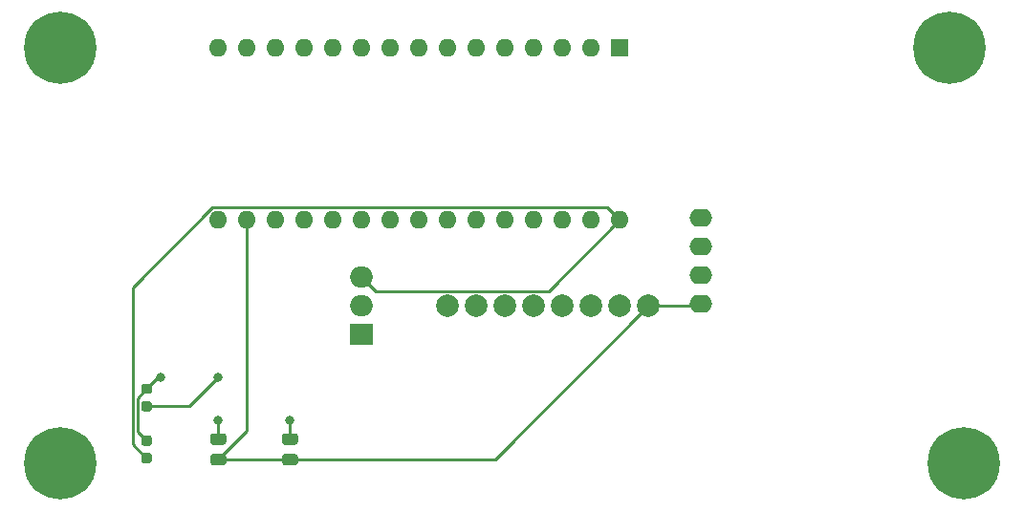
<source format=gbr>
G04 #@! TF.GenerationSoftware,KiCad,Pcbnew,(5.1.8)-1*
G04 #@! TF.CreationDate,2021-04-20T10:50:44+02:00*
G04 #@! TF.ProjectId,PB170,50423137-302e-46b6-9963-61645f706362,rev?*
G04 #@! TF.SameCoordinates,Original*
G04 #@! TF.FileFunction,Copper,L1,Top*
G04 #@! TF.FilePolarity,Positive*
%FSLAX46Y46*%
G04 Gerber Fmt 4.6, Leading zero omitted, Abs format (unit mm)*
G04 Created by KiCad (PCBNEW (5.1.8)-1) date 2021-04-20 10:50:44*
%MOMM*%
%LPD*%
G01*
G04 APERTURE LIST*
G04 #@! TA.AperFunction,ComponentPad*
%ADD10O,2.000000X1.905000*%
G04 #@! TD*
G04 #@! TA.AperFunction,ComponentPad*
%ADD11R,2.000000X1.905000*%
G04 #@! TD*
G04 #@! TA.AperFunction,ComponentPad*
%ADD12C,2.000000*%
G04 #@! TD*
G04 #@! TA.AperFunction,ComponentPad*
%ADD13O,2.000000X1.600000*%
G04 #@! TD*
G04 #@! TA.AperFunction,ComponentPad*
%ADD14O,1.600000X1.600000*%
G04 #@! TD*
G04 #@! TA.AperFunction,ComponentPad*
%ADD15R,1.600000X1.600000*%
G04 #@! TD*
G04 #@! TA.AperFunction,ComponentPad*
%ADD16C,6.400000*%
G04 #@! TD*
G04 #@! TA.AperFunction,ViaPad*
%ADD17C,0.800000*%
G04 #@! TD*
G04 #@! TA.AperFunction,Conductor*
%ADD18C,0.250000*%
G04 #@! TD*
G04 APERTURE END LIST*
D10*
X66040000Y-57150000D03*
X66040000Y-59690000D03*
D11*
X66040000Y-62230000D03*
D12*
X73660000Y-59690000D03*
X76200000Y-59690000D03*
X78740000Y-59690000D03*
X81280000Y-59690000D03*
X83820000Y-59690000D03*
X86360000Y-59690000D03*
X88900000Y-59690000D03*
X91440000Y-59690000D03*
G04 #@! TA.AperFunction,SMDPad,CuDef*
G36*
G01*
X60140001Y-71990000D02*
X59239999Y-71990000D01*
G75*
G02*
X58990000Y-71740001I0J249999D01*
G01*
X58990000Y-71214999D01*
G75*
G02*
X59239999Y-70965000I249999J0D01*
G01*
X60140001Y-70965000D01*
G75*
G02*
X60390000Y-71214999I0J-249999D01*
G01*
X60390000Y-71740001D01*
G75*
G02*
X60140001Y-71990000I-249999J0D01*
G01*
G37*
G04 #@! TD.AperFunction*
G04 #@! TA.AperFunction,SMDPad,CuDef*
G36*
G01*
X60140001Y-73815000D02*
X59239999Y-73815000D01*
G75*
G02*
X58990000Y-73565001I0J249999D01*
G01*
X58990000Y-73039999D01*
G75*
G02*
X59239999Y-72790000I249999J0D01*
G01*
X60140001Y-72790000D01*
G75*
G02*
X60390000Y-73039999I0J-249999D01*
G01*
X60390000Y-73565001D01*
G75*
G02*
X60140001Y-73815000I-249999J0D01*
G01*
G37*
G04 #@! TD.AperFunction*
G04 #@! TA.AperFunction,SMDPad,CuDef*
G36*
G01*
X53790001Y-71990000D02*
X52889999Y-71990000D01*
G75*
G02*
X52640000Y-71740001I0J249999D01*
G01*
X52640000Y-71214999D01*
G75*
G02*
X52889999Y-70965000I249999J0D01*
G01*
X53790001Y-70965000D01*
G75*
G02*
X54040000Y-71214999I0J-249999D01*
G01*
X54040000Y-71740001D01*
G75*
G02*
X53790001Y-71990000I-249999J0D01*
G01*
G37*
G04 #@! TD.AperFunction*
G04 #@! TA.AperFunction,SMDPad,CuDef*
G36*
G01*
X53790001Y-73815000D02*
X52889999Y-73815000D01*
G75*
G02*
X52640000Y-73565001I0J249999D01*
G01*
X52640000Y-73039999D01*
G75*
G02*
X52889999Y-72790000I249999J0D01*
G01*
X53790001Y-72790000D01*
G75*
G02*
X54040000Y-73039999I0J-249999D01*
G01*
X54040000Y-73565001D01*
G75*
G02*
X53790001Y-73815000I-249999J0D01*
G01*
G37*
G04 #@! TD.AperFunction*
G04 #@! TA.AperFunction,SMDPad,CuDef*
G36*
G01*
X47240000Y-72065000D02*
X46740000Y-72065000D01*
G75*
G02*
X46515000Y-71840000I0J225000D01*
G01*
X46515000Y-71390000D01*
G75*
G02*
X46740000Y-71165000I225000J0D01*
G01*
X47240000Y-71165000D01*
G75*
G02*
X47465000Y-71390000I0J-225000D01*
G01*
X47465000Y-71840000D01*
G75*
G02*
X47240000Y-72065000I-225000J0D01*
G01*
G37*
G04 #@! TD.AperFunction*
G04 #@! TA.AperFunction,SMDPad,CuDef*
G36*
G01*
X47240000Y-73615000D02*
X46740000Y-73615000D01*
G75*
G02*
X46515000Y-73390000I0J225000D01*
G01*
X46515000Y-72940000D01*
G75*
G02*
X46740000Y-72715000I225000J0D01*
G01*
X47240000Y-72715000D01*
G75*
G02*
X47465000Y-72940000I0J-225000D01*
G01*
X47465000Y-73390000D01*
G75*
G02*
X47240000Y-73615000I-225000J0D01*
G01*
G37*
G04 #@! TD.AperFunction*
G04 #@! TA.AperFunction,SMDPad,CuDef*
G36*
G01*
X47240000Y-67480000D02*
X46740000Y-67480000D01*
G75*
G02*
X46515000Y-67255000I0J225000D01*
G01*
X46515000Y-66805000D01*
G75*
G02*
X46740000Y-66580000I225000J0D01*
G01*
X47240000Y-66580000D01*
G75*
G02*
X47465000Y-66805000I0J-225000D01*
G01*
X47465000Y-67255000D01*
G75*
G02*
X47240000Y-67480000I-225000J0D01*
G01*
G37*
G04 #@! TD.AperFunction*
G04 #@! TA.AperFunction,SMDPad,CuDef*
G36*
G01*
X47240000Y-69030000D02*
X46740000Y-69030000D01*
G75*
G02*
X46515000Y-68805000I0J225000D01*
G01*
X46515000Y-68355000D01*
G75*
G02*
X46740000Y-68130000I225000J0D01*
G01*
X47240000Y-68130000D01*
G75*
G02*
X47465000Y-68355000I0J-225000D01*
G01*
X47465000Y-68805000D01*
G75*
G02*
X47240000Y-69030000I-225000J0D01*
G01*
G37*
G04 #@! TD.AperFunction*
D13*
X96080000Y-56960000D03*
X96080000Y-59500000D03*
X96080000Y-54420000D03*
X96080000Y-51880000D03*
D14*
X53340000Y-52070000D03*
X53340000Y-36830000D03*
X88900000Y-52070000D03*
X55880000Y-36830000D03*
X86360000Y-52070000D03*
X58420000Y-36830000D03*
X83820000Y-52070000D03*
X60960000Y-36830000D03*
X81280000Y-52070000D03*
X63500000Y-36830000D03*
X78740000Y-52070000D03*
X66040000Y-36830000D03*
X76200000Y-52070000D03*
X68580000Y-36830000D03*
X73660000Y-52070000D03*
X71120000Y-36830000D03*
X71120000Y-52070000D03*
X73660000Y-36830000D03*
X68580000Y-52070000D03*
X76200000Y-36830000D03*
X66040000Y-52070000D03*
X78740000Y-36830000D03*
X63500000Y-52070000D03*
X81280000Y-36830000D03*
X60960000Y-52070000D03*
X83820000Y-36830000D03*
X58420000Y-52070000D03*
X86360000Y-36830000D03*
X55880000Y-52070000D03*
D15*
X88900000Y-36830000D03*
D16*
X39370000Y-73660000D03*
X119380000Y-73660000D03*
X118110000Y-36830000D03*
X39370000Y-36830000D03*
D17*
X48260000Y-66040000D03*
X53340000Y-69850000D03*
X59690000Y-69850000D03*
X53340000Y-66040000D03*
D18*
X47980000Y-66040000D02*
X46990000Y-67030000D01*
X48260000Y-66040000D02*
X47980000Y-66040000D01*
X46189990Y-70814990D02*
X46990000Y-71615000D01*
X46189990Y-67830010D02*
X46189990Y-70814990D01*
X46990000Y-67030000D02*
X46189990Y-67830010D01*
X53340000Y-69850000D02*
X53340000Y-71477500D01*
X59690000Y-69850000D02*
X59690000Y-71477500D01*
X55880000Y-70762500D02*
X53340000Y-73302500D01*
X55880000Y-52070000D02*
X55880000Y-70762500D01*
X53340000Y-73302500D02*
X59690000Y-73302500D01*
X77827500Y-73302500D02*
X91440000Y-59690000D01*
X59690000Y-73302500D02*
X77827500Y-73302500D01*
X95890000Y-59690000D02*
X96080000Y-59500000D01*
X91440000Y-59690000D02*
X95890000Y-59690000D01*
X46990000Y-68580000D02*
X50800000Y-68580000D01*
X50800000Y-68580000D02*
X53340000Y-66040000D01*
X67254999Y-58364999D02*
X66040000Y-57150000D01*
X82605001Y-58364999D02*
X67254999Y-58364999D01*
X88900000Y-52070000D02*
X82605001Y-58364999D01*
X52799999Y-50944999D02*
X45739981Y-58005017D01*
X87774999Y-50944999D02*
X52799999Y-50944999D01*
X45739981Y-71914981D02*
X46990000Y-73165000D01*
X45739981Y-58005017D02*
X45739981Y-71914981D01*
X88900000Y-52070000D02*
X87774999Y-50944999D01*
M02*

</source>
